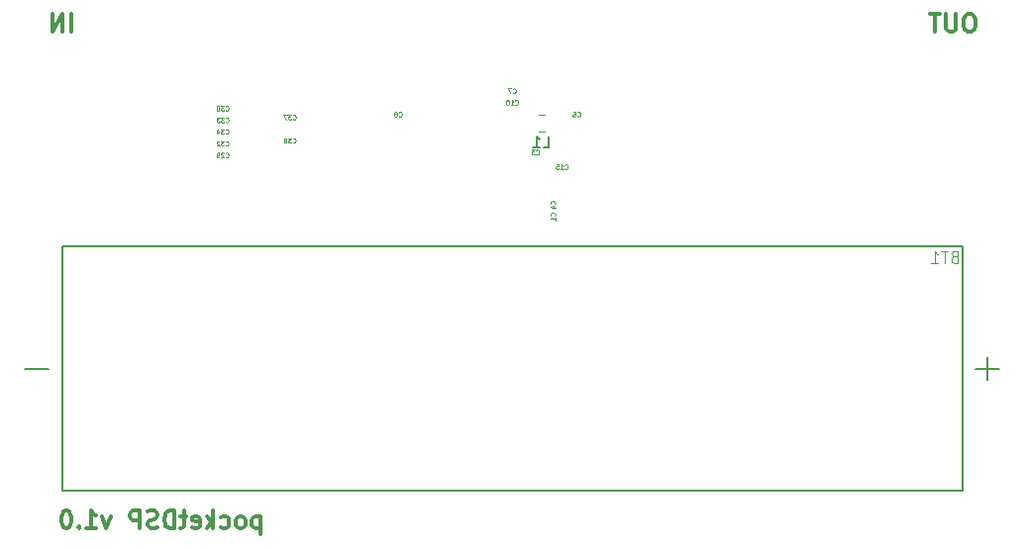
<source format=gbr>
G04 #@! TF.GenerationSoftware,KiCad,Pcbnew,(5.0.1)-3*
G04 #@! TF.CreationDate,2021-09-19T15:47:17+02:00*
G04 #@! TF.ProjectId,pocketDSP,706F636B65744453502E6B696361645F,rev?*
G04 #@! TF.SameCoordinates,Original*
G04 #@! TF.FileFunction,Legend,Bot*
G04 #@! TF.FilePolarity,Positive*
%FSLAX46Y46*%
G04 Gerber Fmt 4.6, Leading zero omitted, Abs format (unit mm)*
G04 Created by KiCad (PCBNEW (5.0.1)-3) date 19/09/2021 15:47:17*
%MOMM*%
%LPD*%
G01*
G04 APERTURE LIST*
%ADD10C,0.300000*%
%ADD11C,0.127000*%
%ADD12C,0.120000*%
%ADD13C,0.050000*%
%ADD14C,0.015000*%
%ADD15C,0.150000*%
G04 APERTURE END LIST*
D10*
X161250000Y-98678571D02*
X160964285Y-98678571D01*
X160821428Y-98750000D01*
X160678571Y-98892857D01*
X160607142Y-99178571D01*
X160607142Y-99678571D01*
X160678571Y-99964285D01*
X160821428Y-100107142D01*
X160964285Y-100178571D01*
X161250000Y-100178571D01*
X161392857Y-100107142D01*
X161535714Y-99964285D01*
X161607142Y-99678571D01*
X161607142Y-99178571D01*
X161535714Y-98892857D01*
X161392857Y-98750000D01*
X161250000Y-98678571D01*
X159964285Y-98678571D02*
X159964285Y-99892857D01*
X159892857Y-100035714D01*
X159821428Y-100107142D01*
X159678571Y-100178571D01*
X159392857Y-100178571D01*
X159250000Y-100107142D01*
X159178571Y-100035714D01*
X159107142Y-99892857D01*
X159107142Y-98678571D01*
X158607142Y-98678571D02*
X157750000Y-98678571D01*
X158178571Y-100178571D02*
X158178571Y-98678571D01*
X84285714Y-100178571D02*
X84285714Y-98678571D01*
X83571428Y-100178571D02*
X83571428Y-98678571D01*
X82714285Y-100178571D01*
X82714285Y-98678571D01*
X100464285Y-141678571D02*
X100464285Y-143178571D01*
X100464285Y-141750000D02*
X100321428Y-141678571D01*
X100035714Y-141678571D01*
X99892857Y-141750000D01*
X99821428Y-141821428D01*
X99750000Y-141964285D01*
X99750000Y-142392857D01*
X99821428Y-142535714D01*
X99892857Y-142607142D01*
X100035714Y-142678571D01*
X100321428Y-142678571D01*
X100464285Y-142607142D01*
X98892857Y-142678571D02*
X99035714Y-142607142D01*
X99107142Y-142535714D01*
X99178571Y-142392857D01*
X99178571Y-141964285D01*
X99107142Y-141821428D01*
X99035714Y-141750000D01*
X98892857Y-141678571D01*
X98678571Y-141678571D01*
X98535714Y-141750000D01*
X98464285Y-141821428D01*
X98392857Y-141964285D01*
X98392857Y-142392857D01*
X98464285Y-142535714D01*
X98535714Y-142607142D01*
X98678571Y-142678571D01*
X98892857Y-142678571D01*
X97107142Y-142607142D02*
X97250000Y-142678571D01*
X97535714Y-142678571D01*
X97678571Y-142607142D01*
X97750000Y-142535714D01*
X97821428Y-142392857D01*
X97821428Y-141964285D01*
X97750000Y-141821428D01*
X97678571Y-141750000D01*
X97535714Y-141678571D01*
X97250000Y-141678571D01*
X97107142Y-141750000D01*
X96464285Y-142678571D02*
X96464285Y-141178571D01*
X96321428Y-142107142D02*
X95892857Y-142678571D01*
X95892857Y-141678571D02*
X96464285Y-142250000D01*
X94678571Y-142607142D02*
X94821428Y-142678571D01*
X95107142Y-142678571D01*
X95250000Y-142607142D01*
X95321428Y-142464285D01*
X95321428Y-141892857D01*
X95250000Y-141750000D01*
X95107142Y-141678571D01*
X94821428Y-141678571D01*
X94678571Y-141750000D01*
X94607142Y-141892857D01*
X94607142Y-142035714D01*
X95321428Y-142178571D01*
X94178571Y-141678571D02*
X93607142Y-141678571D01*
X93964285Y-141178571D02*
X93964285Y-142464285D01*
X93892857Y-142607142D01*
X93750000Y-142678571D01*
X93607142Y-142678571D01*
X93107142Y-142678571D02*
X93107142Y-141178571D01*
X92750000Y-141178571D01*
X92535714Y-141250000D01*
X92392857Y-141392857D01*
X92321428Y-141535714D01*
X92250000Y-141821428D01*
X92250000Y-142035714D01*
X92321428Y-142321428D01*
X92392857Y-142464285D01*
X92535714Y-142607142D01*
X92750000Y-142678571D01*
X93107142Y-142678571D01*
X91678571Y-142607142D02*
X91464285Y-142678571D01*
X91107142Y-142678571D01*
X90964285Y-142607142D01*
X90892857Y-142535714D01*
X90821428Y-142392857D01*
X90821428Y-142250000D01*
X90892857Y-142107142D01*
X90964285Y-142035714D01*
X91107142Y-141964285D01*
X91392857Y-141892857D01*
X91535714Y-141821428D01*
X91607142Y-141750000D01*
X91678571Y-141607142D01*
X91678571Y-141464285D01*
X91607142Y-141321428D01*
X91535714Y-141250000D01*
X91392857Y-141178571D01*
X91035714Y-141178571D01*
X90821428Y-141250000D01*
X90178571Y-142678571D02*
X90178571Y-141178571D01*
X89607142Y-141178571D01*
X89464285Y-141250000D01*
X89392857Y-141321428D01*
X89321428Y-141464285D01*
X89321428Y-141678571D01*
X89392857Y-141821428D01*
X89464285Y-141892857D01*
X89607142Y-141964285D01*
X90178571Y-141964285D01*
X87678571Y-141678571D02*
X87321428Y-142678571D01*
X86964285Y-141678571D01*
X85607142Y-142678571D02*
X86464285Y-142678571D01*
X86035714Y-142678571D02*
X86035714Y-141178571D01*
X86178571Y-141392857D01*
X86321428Y-141535714D01*
X86464285Y-141607142D01*
X84964285Y-142535714D02*
X84892857Y-142607142D01*
X84964285Y-142678571D01*
X85035714Y-142607142D01*
X84964285Y-142535714D01*
X84964285Y-142678571D01*
X83964285Y-141178571D02*
X83821428Y-141178571D01*
X83678571Y-141250000D01*
X83607142Y-141321428D01*
X83535714Y-141464285D01*
X83464285Y-141750000D01*
X83464285Y-142107142D01*
X83535714Y-142392857D01*
X83607142Y-142535714D01*
X83678571Y-142607142D01*
X83821428Y-142678571D01*
X83964285Y-142678571D01*
X84107142Y-142607142D01*
X84178571Y-142535714D01*
X84250000Y-142392857D01*
X84321428Y-142107142D01*
X84321428Y-141750000D01*
X84250000Y-141464285D01*
X84178571Y-141321428D01*
X84107142Y-141250000D01*
X83964285Y-141178571D01*
D11*
G04 #@! TO.C,BT1*
X160480000Y-118510000D02*
X83520000Y-118510000D01*
X83520000Y-118510000D02*
X83520000Y-139490000D01*
X83520000Y-139490000D02*
X160480000Y-139490000D01*
X160480000Y-139490000D02*
X160480000Y-118510000D01*
X162630000Y-128000000D02*
X162630000Y-130000000D01*
X163630000Y-129000000D02*
X161630000Y-129000000D01*
X82370000Y-129000000D02*
X80370000Y-129000000D01*
D12*
G04 #@! TO.C,L1*
X124238748Y-108710000D02*
X124761252Y-108710000D01*
X124238748Y-107290000D02*
X124761252Y-107290000D01*
G04 #@! TO.C,C1*
D13*
X125642857Y-115933333D02*
X125661904Y-115914285D01*
X125680952Y-115857142D01*
X125680952Y-115819047D01*
X125661904Y-115761904D01*
X125623809Y-115723809D01*
X125585714Y-115704761D01*
X125509523Y-115685714D01*
X125452380Y-115685714D01*
X125376190Y-115704761D01*
X125338095Y-115723809D01*
X125300000Y-115761904D01*
X125280952Y-115819047D01*
X125280952Y-115857142D01*
X125300000Y-115914285D01*
X125319047Y-115933333D01*
X125680952Y-116314285D02*
X125680952Y-116085714D01*
X125680952Y-116200000D02*
X125280952Y-116200000D01*
X125338095Y-116161904D01*
X125376190Y-116123809D01*
X125395238Y-116085714D01*
G04 #@! TO.C,C3*
X124066666Y-110642857D02*
X124085714Y-110661904D01*
X124142857Y-110680952D01*
X124180952Y-110680952D01*
X124238095Y-110661904D01*
X124276190Y-110623809D01*
X124295238Y-110585714D01*
X124314285Y-110509523D01*
X124314285Y-110452380D01*
X124295238Y-110376190D01*
X124276190Y-110338095D01*
X124238095Y-110300000D01*
X124180952Y-110280952D01*
X124142857Y-110280952D01*
X124085714Y-110300000D01*
X124066666Y-110319047D01*
X123933333Y-110280952D02*
X123685714Y-110280952D01*
X123819047Y-110433333D01*
X123761904Y-110433333D01*
X123723809Y-110452380D01*
X123704761Y-110471428D01*
X123685714Y-110509523D01*
X123685714Y-110604761D01*
X123704761Y-110642857D01*
X123723809Y-110661904D01*
X123761904Y-110680952D01*
X123876190Y-110680952D01*
X123914285Y-110661904D01*
X123933333Y-110642857D01*
G04 #@! TO.C,C4*
X125642857Y-114933333D02*
X125661904Y-114914285D01*
X125680952Y-114857142D01*
X125680952Y-114819047D01*
X125661904Y-114761904D01*
X125623809Y-114723809D01*
X125585714Y-114704761D01*
X125509523Y-114685714D01*
X125452380Y-114685714D01*
X125376190Y-114704761D01*
X125338095Y-114723809D01*
X125300000Y-114761904D01*
X125280952Y-114819047D01*
X125280952Y-114857142D01*
X125300000Y-114914285D01*
X125319047Y-114933333D01*
X125414285Y-115276190D02*
X125680952Y-115276190D01*
X125261904Y-115180952D02*
X125547619Y-115085714D01*
X125547619Y-115333333D01*
G04 #@! TO.C,C6*
X127581666Y-107380857D02*
X127600714Y-107399904D01*
X127657857Y-107418952D01*
X127695952Y-107418952D01*
X127753095Y-107399904D01*
X127791190Y-107361809D01*
X127810238Y-107323714D01*
X127829285Y-107247523D01*
X127829285Y-107190380D01*
X127810238Y-107114190D01*
X127791190Y-107076095D01*
X127753095Y-107038000D01*
X127695952Y-107018952D01*
X127657857Y-107018952D01*
X127600714Y-107038000D01*
X127581666Y-107057047D01*
X127238809Y-107018952D02*
X127315000Y-107018952D01*
X127353095Y-107038000D01*
X127372142Y-107057047D01*
X127410238Y-107114190D01*
X127429285Y-107190380D01*
X127429285Y-107342761D01*
X127410238Y-107380857D01*
X127391190Y-107399904D01*
X127353095Y-107418952D01*
X127276904Y-107418952D01*
X127238809Y-107399904D01*
X127219761Y-107380857D01*
X127200714Y-107342761D01*
X127200714Y-107247523D01*
X127219761Y-107209428D01*
X127238809Y-107190380D01*
X127276904Y-107171333D01*
X127353095Y-107171333D01*
X127391190Y-107190380D01*
X127410238Y-107209428D01*
X127429285Y-107247523D01*
G04 #@! TO.C,C7*
X122066666Y-105392857D02*
X122085714Y-105411904D01*
X122142857Y-105430952D01*
X122180952Y-105430952D01*
X122238095Y-105411904D01*
X122276190Y-105373809D01*
X122295238Y-105335714D01*
X122314285Y-105259523D01*
X122314285Y-105202380D01*
X122295238Y-105126190D01*
X122276190Y-105088095D01*
X122238095Y-105050000D01*
X122180952Y-105030952D01*
X122142857Y-105030952D01*
X122085714Y-105050000D01*
X122066666Y-105069047D01*
X121933333Y-105030952D02*
X121666666Y-105030952D01*
X121838095Y-105430952D01*
G04 #@! TO.C,C8*
X112316666Y-107392857D02*
X112335714Y-107411904D01*
X112392857Y-107430952D01*
X112430952Y-107430952D01*
X112488095Y-107411904D01*
X112526190Y-107373809D01*
X112545238Y-107335714D01*
X112564285Y-107259523D01*
X112564285Y-107202380D01*
X112545238Y-107126190D01*
X112526190Y-107088095D01*
X112488095Y-107050000D01*
X112430952Y-107030952D01*
X112392857Y-107030952D01*
X112335714Y-107050000D01*
X112316666Y-107069047D01*
X112088095Y-107202380D02*
X112126190Y-107183333D01*
X112145238Y-107164285D01*
X112164285Y-107126190D01*
X112164285Y-107107142D01*
X112145238Y-107069047D01*
X112126190Y-107050000D01*
X112088095Y-107030952D01*
X112011904Y-107030952D01*
X111973809Y-107050000D01*
X111954761Y-107069047D01*
X111935714Y-107107142D01*
X111935714Y-107126190D01*
X111954761Y-107164285D01*
X111973809Y-107183333D01*
X112011904Y-107202380D01*
X112088095Y-107202380D01*
X112126190Y-107221428D01*
X112145238Y-107240476D01*
X112164285Y-107278571D01*
X112164285Y-107354761D01*
X112145238Y-107392857D01*
X112126190Y-107411904D01*
X112088095Y-107430952D01*
X112011904Y-107430952D01*
X111973809Y-107411904D01*
X111954761Y-107392857D01*
X111935714Y-107354761D01*
X111935714Y-107278571D01*
X111954761Y-107240476D01*
X111973809Y-107221428D01*
X112011904Y-107202380D01*
G04 #@! TO.C,C10*
X122257142Y-106392857D02*
X122276190Y-106411904D01*
X122333333Y-106430952D01*
X122371428Y-106430952D01*
X122428571Y-106411904D01*
X122466666Y-106373809D01*
X122485714Y-106335714D01*
X122504761Y-106259523D01*
X122504761Y-106202380D01*
X122485714Y-106126190D01*
X122466666Y-106088095D01*
X122428571Y-106050000D01*
X122371428Y-106030952D01*
X122333333Y-106030952D01*
X122276190Y-106050000D01*
X122257142Y-106069047D01*
X121876190Y-106430952D02*
X122104761Y-106430952D01*
X121990476Y-106430952D02*
X121990476Y-106030952D01*
X122028571Y-106088095D01*
X122066666Y-106126190D01*
X122104761Y-106145238D01*
X121628571Y-106030952D02*
X121590476Y-106030952D01*
X121552380Y-106050000D01*
X121533333Y-106069047D01*
X121514285Y-106107142D01*
X121495238Y-106183333D01*
X121495238Y-106278571D01*
X121514285Y-106354761D01*
X121533333Y-106392857D01*
X121552380Y-106411904D01*
X121590476Y-106430952D01*
X121628571Y-106430952D01*
X121666666Y-106411904D01*
X121685714Y-106392857D01*
X121704761Y-106354761D01*
X121723809Y-106278571D01*
X121723809Y-106183333D01*
X121704761Y-106107142D01*
X121685714Y-106069047D01*
X121666666Y-106050000D01*
X121628571Y-106030952D01*
G04 #@! TO.C,C15*
X126507142Y-111892857D02*
X126526190Y-111911904D01*
X126583333Y-111930952D01*
X126621428Y-111930952D01*
X126678571Y-111911904D01*
X126716666Y-111873809D01*
X126735714Y-111835714D01*
X126754761Y-111759523D01*
X126754761Y-111702380D01*
X126735714Y-111626190D01*
X126716666Y-111588095D01*
X126678571Y-111550000D01*
X126621428Y-111530952D01*
X126583333Y-111530952D01*
X126526190Y-111550000D01*
X126507142Y-111569047D01*
X126126190Y-111930952D02*
X126354761Y-111930952D01*
X126240476Y-111930952D02*
X126240476Y-111530952D01*
X126278571Y-111588095D01*
X126316666Y-111626190D01*
X126354761Y-111645238D01*
X125764285Y-111530952D02*
X125954761Y-111530952D01*
X125973809Y-111721428D01*
X125954761Y-111702380D01*
X125916666Y-111683333D01*
X125821428Y-111683333D01*
X125783333Y-111702380D01*
X125764285Y-111721428D01*
X125745238Y-111759523D01*
X125745238Y-111854761D01*
X125764285Y-111892857D01*
X125783333Y-111911904D01*
X125821428Y-111930952D01*
X125916666Y-111930952D01*
X125954761Y-111911904D01*
X125973809Y-111892857D01*
G04 #@! TO.C,C29*
X97507142Y-110892857D02*
X97526190Y-110911904D01*
X97583333Y-110930952D01*
X97621428Y-110930952D01*
X97678571Y-110911904D01*
X97716666Y-110873809D01*
X97735714Y-110835714D01*
X97754761Y-110759523D01*
X97754761Y-110702380D01*
X97735714Y-110626190D01*
X97716666Y-110588095D01*
X97678571Y-110550000D01*
X97621428Y-110530952D01*
X97583333Y-110530952D01*
X97526190Y-110550000D01*
X97507142Y-110569047D01*
X97354761Y-110569047D02*
X97335714Y-110550000D01*
X97297619Y-110530952D01*
X97202380Y-110530952D01*
X97164285Y-110550000D01*
X97145238Y-110569047D01*
X97126190Y-110607142D01*
X97126190Y-110645238D01*
X97145238Y-110702380D01*
X97373809Y-110930952D01*
X97126190Y-110930952D01*
X96935714Y-110930952D02*
X96859523Y-110930952D01*
X96821428Y-110911904D01*
X96802380Y-110892857D01*
X96764285Y-110835714D01*
X96745238Y-110759523D01*
X96745238Y-110607142D01*
X96764285Y-110569047D01*
X96783333Y-110550000D01*
X96821428Y-110530952D01*
X96897619Y-110530952D01*
X96935714Y-110550000D01*
X96954761Y-110569047D01*
X96973809Y-110607142D01*
X96973809Y-110702380D01*
X96954761Y-110740476D01*
X96935714Y-110759523D01*
X96897619Y-110778571D01*
X96821428Y-110778571D01*
X96783333Y-110759523D01*
X96764285Y-110740476D01*
X96745238Y-110702380D01*
G04 #@! TO.C,C30*
X97507142Y-106892857D02*
X97526190Y-106911904D01*
X97583333Y-106930952D01*
X97621428Y-106930952D01*
X97678571Y-106911904D01*
X97716666Y-106873809D01*
X97735714Y-106835714D01*
X97754761Y-106759523D01*
X97754761Y-106702380D01*
X97735714Y-106626190D01*
X97716666Y-106588095D01*
X97678571Y-106550000D01*
X97621428Y-106530952D01*
X97583333Y-106530952D01*
X97526190Y-106550000D01*
X97507142Y-106569047D01*
X97373809Y-106530952D02*
X97126190Y-106530952D01*
X97259523Y-106683333D01*
X97202380Y-106683333D01*
X97164285Y-106702380D01*
X97145238Y-106721428D01*
X97126190Y-106759523D01*
X97126190Y-106854761D01*
X97145238Y-106892857D01*
X97164285Y-106911904D01*
X97202380Y-106930952D01*
X97316666Y-106930952D01*
X97354761Y-106911904D01*
X97373809Y-106892857D01*
X96878571Y-106530952D02*
X96840476Y-106530952D01*
X96802380Y-106550000D01*
X96783333Y-106569047D01*
X96764285Y-106607142D01*
X96745238Y-106683333D01*
X96745238Y-106778571D01*
X96764285Y-106854761D01*
X96783333Y-106892857D01*
X96802380Y-106911904D01*
X96840476Y-106930952D01*
X96878571Y-106930952D01*
X96916666Y-106911904D01*
X96935714Y-106892857D01*
X96954761Y-106854761D01*
X96973809Y-106778571D01*
X96973809Y-106683333D01*
X96954761Y-106607142D01*
X96935714Y-106569047D01*
X96916666Y-106550000D01*
X96878571Y-106530952D01*
G04 #@! TO.C,C32*
X97507142Y-109892857D02*
X97526190Y-109911904D01*
X97583333Y-109930952D01*
X97621428Y-109930952D01*
X97678571Y-109911904D01*
X97716666Y-109873809D01*
X97735714Y-109835714D01*
X97754761Y-109759523D01*
X97754761Y-109702380D01*
X97735714Y-109626190D01*
X97716666Y-109588095D01*
X97678571Y-109550000D01*
X97621428Y-109530952D01*
X97583333Y-109530952D01*
X97526190Y-109550000D01*
X97507142Y-109569047D01*
X97373809Y-109530952D02*
X97126190Y-109530952D01*
X97259523Y-109683333D01*
X97202380Y-109683333D01*
X97164285Y-109702380D01*
X97145238Y-109721428D01*
X97126190Y-109759523D01*
X97126190Y-109854761D01*
X97145238Y-109892857D01*
X97164285Y-109911904D01*
X97202380Y-109930952D01*
X97316666Y-109930952D01*
X97354761Y-109911904D01*
X97373809Y-109892857D01*
X96973809Y-109569047D02*
X96954761Y-109550000D01*
X96916666Y-109530952D01*
X96821428Y-109530952D01*
X96783333Y-109550000D01*
X96764285Y-109569047D01*
X96745238Y-109607142D01*
X96745238Y-109645238D01*
X96764285Y-109702380D01*
X96992857Y-109930952D01*
X96745238Y-109930952D01*
G04 #@! TO.C,C33*
X97507142Y-107892857D02*
X97526190Y-107911904D01*
X97583333Y-107930952D01*
X97621428Y-107930952D01*
X97678571Y-107911904D01*
X97716666Y-107873809D01*
X97735714Y-107835714D01*
X97754761Y-107759523D01*
X97754761Y-107702380D01*
X97735714Y-107626190D01*
X97716666Y-107588095D01*
X97678571Y-107550000D01*
X97621428Y-107530952D01*
X97583333Y-107530952D01*
X97526190Y-107550000D01*
X97507142Y-107569047D01*
X97373809Y-107530952D02*
X97126190Y-107530952D01*
X97259523Y-107683333D01*
X97202380Y-107683333D01*
X97164285Y-107702380D01*
X97145238Y-107721428D01*
X97126190Y-107759523D01*
X97126190Y-107854761D01*
X97145238Y-107892857D01*
X97164285Y-107911904D01*
X97202380Y-107930952D01*
X97316666Y-107930952D01*
X97354761Y-107911904D01*
X97373809Y-107892857D01*
X96992857Y-107530952D02*
X96745238Y-107530952D01*
X96878571Y-107683333D01*
X96821428Y-107683333D01*
X96783333Y-107702380D01*
X96764285Y-107721428D01*
X96745238Y-107759523D01*
X96745238Y-107854761D01*
X96764285Y-107892857D01*
X96783333Y-107911904D01*
X96821428Y-107930952D01*
X96935714Y-107930952D01*
X96973809Y-107911904D01*
X96992857Y-107892857D01*
G04 #@! TO.C,C34*
X97507142Y-108892857D02*
X97526190Y-108911904D01*
X97583333Y-108930952D01*
X97621428Y-108930952D01*
X97678571Y-108911904D01*
X97716666Y-108873809D01*
X97735714Y-108835714D01*
X97754761Y-108759523D01*
X97754761Y-108702380D01*
X97735714Y-108626190D01*
X97716666Y-108588095D01*
X97678571Y-108550000D01*
X97621428Y-108530952D01*
X97583333Y-108530952D01*
X97526190Y-108550000D01*
X97507142Y-108569047D01*
X97373809Y-108530952D02*
X97126190Y-108530952D01*
X97259523Y-108683333D01*
X97202380Y-108683333D01*
X97164285Y-108702380D01*
X97145238Y-108721428D01*
X97126190Y-108759523D01*
X97126190Y-108854761D01*
X97145238Y-108892857D01*
X97164285Y-108911904D01*
X97202380Y-108930952D01*
X97316666Y-108930952D01*
X97354761Y-108911904D01*
X97373809Y-108892857D01*
X96783333Y-108664285D02*
X96783333Y-108930952D01*
X96878571Y-108511904D02*
X96973809Y-108797619D01*
X96726190Y-108797619D01*
G04 #@! TO.C,C37*
X103257142Y-107642857D02*
X103276190Y-107661904D01*
X103333333Y-107680952D01*
X103371428Y-107680952D01*
X103428571Y-107661904D01*
X103466666Y-107623809D01*
X103485714Y-107585714D01*
X103504761Y-107509523D01*
X103504761Y-107452380D01*
X103485714Y-107376190D01*
X103466666Y-107338095D01*
X103428571Y-107300000D01*
X103371428Y-107280952D01*
X103333333Y-107280952D01*
X103276190Y-107300000D01*
X103257142Y-107319047D01*
X103123809Y-107280952D02*
X102876190Y-107280952D01*
X103009523Y-107433333D01*
X102952380Y-107433333D01*
X102914285Y-107452380D01*
X102895238Y-107471428D01*
X102876190Y-107509523D01*
X102876190Y-107604761D01*
X102895238Y-107642857D01*
X102914285Y-107661904D01*
X102952380Y-107680952D01*
X103066666Y-107680952D01*
X103104761Y-107661904D01*
X103123809Y-107642857D01*
X102742857Y-107280952D02*
X102476190Y-107280952D01*
X102647619Y-107680952D01*
G04 #@! TO.C,C38*
X103257142Y-109642857D02*
X103276190Y-109661904D01*
X103333333Y-109680952D01*
X103371428Y-109680952D01*
X103428571Y-109661904D01*
X103466666Y-109623809D01*
X103485714Y-109585714D01*
X103504761Y-109509523D01*
X103504761Y-109452380D01*
X103485714Y-109376190D01*
X103466666Y-109338095D01*
X103428571Y-109300000D01*
X103371428Y-109280952D01*
X103333333Y-109280952D01*
X103276190Y-109300000D01*
X103257142Y-109319047D01*
X103123809Y-109280952D02*
X102876190Y-109280952D01*
X103009523Y-109433333D01*
X102952380Y-109433333D01*
X102914285Y-109452380D01*
X102895238Y-109471428D01*
X102876190Y-109509523D01*
X102876190Y-109604761D01*
X102895238Y-109642857D01*
X102914285Y-109661904D01*
X102952380Y-109680952D01*
X103066666Y-109680952D01*
X103104761Y-109661904D01*
X103123809Y-109642857D01*
X102647619Y-109452380D02*
X102685714Y-109433333D01*
X102704761Y-109414285D01*
X102723809Y-109376190D01*
X102723809Y-109357142D01*
X102704761Y-109319047D01*
X102685714Y-109300000D01*
X102647619Y-109280952D01*
X102571428Y-109280952D01*
X102533333Y-109300000D01*
X102514285Y-109319047D01*
X102495238Y-109357142D01*
X102495238Y-109376190D01*
X102514285Y-109414285D01*
X102533333Y-109433333D01*
X102571428Y-109452380D01*
X102647619Y-109452380D01*
X102685714Y-109471428D01*
X102704761Y-109490476D01*
X102723809Y-109528571D01*
X102723809Y-109604761D01*
X102704761Y-109642857D01*
X102685714Y-109661904D01*
X102647619Y-109680952D01*
X102571428Y-109680952D01*
X102533333Y-109661904D01*
X102514285Y-109642857D01*
X102495238Y-109604761D01*
X102495238Y-109528571D01*
X102514285Y-109490476D01*
X102533333Y-109471428D01*
X102571428Y-109452380D01*
G04 #@! TO.C,BT1*
D14*
X159785714Y-119428571D02*
X159642857Y-119476190D01*
X159595238Y-119523809D01*
X159547619Y-119619047D01*
X159547619Y-119761904D01*
X159595238Y-119857142D01*
X159642857Y-119904761D01*
X159738095Y-119952380D01*
X160119047Y-119952380D01*
X160119047Y-118952380D01*
X159785714Y-118952380D01*
X159690476Y-119000000D01*
X159642857Y-119047619D01*
X159595238Y-119142857D01*
X159595238Y-119238095D01*
X159642857Y-119333333D01*
X159690476Y-119380952D01*
X159785714Y-119428571D01*
X160119047Y-119428571D01*
X159261904Y-118952380D02*
X158690476Y-118952380D01*
X158976190Y-119952380D02*
X158976190Y-118952380D01*
X157833333Y-119952380D02*
X158404761Y-119952380D01*
X158119047Y-119952380D02*
X158119047Y-118952380D01*
X158214285Y-119095238D01*
X158309523Y-119190476D01*
X158404761Y-119238095D01*
G04 #@! TO.C,L1*
D15*
X124666666Y-110102380D02*
X125142857Y-110102380D01*
X125142857Y-109102380D01*
X123809523Y-110102380D02*
X124380952Y-110102380D01*
X124095238Y-110102380D02*
X124095238Y-109102380D01*
X124190476Y-109245238D01*
X124285714Y-109340476D01*
X124380952Y-109388095D01*
G04 #@! TD*
M02*

</source>
